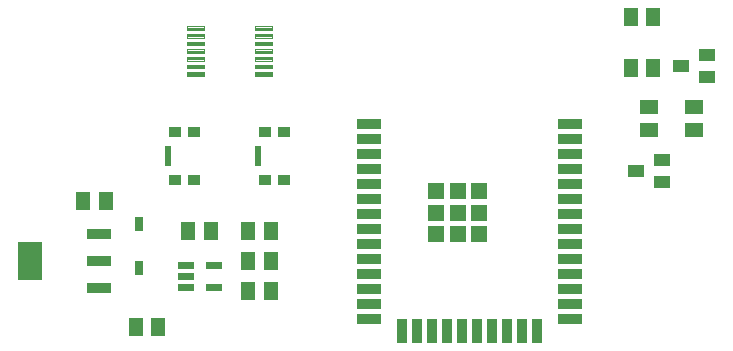
<source format=gbr>
G04 EAGLE Gerber RS-274X export*
G75*
%MOMM*%
%FSLAX34Y34*%
%LPD*%
%INSolderpaste Top*%
%IPPOS*%
%AMOC8*
5,1,8,0,0,1.08239X$1,22.5*%
G01*
%ADD10R,1.300000X1.500000*%
%ADD11R,0.700000X1.200000*%
%ADD12R,1.500000X1.300000*%
%ADD13R,1.000000X0.900000*%
%ADD14R,0.550000X1.700000*%
%ADD15R,1.400000X1.000000*%
%ADD16R,2.000000X0.900000*%
%ADD17R,0.900000X2.000000*%
%ADD18R,1.330000X1.330000*%
%ADD19R,2.150000X0.950000*%
%ADD20R,2.150000X3.250000*%
%ADD21C,0.090000*%
%ADD22C,0.102500*%
D10*
X123850Y706120D03*
X142850Y706120D03*
X98400Y812800D03*
X79400Y812800D03*
X168300Y787400D03*
X187300Y787400D03*
X219100Y762000D03*
X238100Y762000D03*
X219100Y736600D03*
X238100Y736600D03*
X219100Y787400D03*
X238100Y787400D03*
X542950Y925830D03*
X561950Y925830D03*
D11*
X127000Y756200D03*
X127000Y793200D03*
D12*
X596900Y873150D03*
X596900Y892150D03*
X558800Y892150D03*
X558800Y873150D03*
D10*
X561950Y969010D03*
X542950Y969010D03*
D13*
X157100Y830400D03*
X173100Y830400D03*
X173100Y871400D03*
X157100Y871400D03*
D14*
X150850Y850900D03*
D13*
X233300Y830400D03*
X249300Y830400D03*
X249300Y871400D03*
X233300Y871400D03*
D14*
X227050Y850900D03*
D15*
X547800Y838200D03*
X569800Y847700D03*
X569800Y828700D03*
X585900Y927100D03*
X607900Y936600D03*
X607900Y917600D03*
D16*
X321400Y878100D03*
X321400Y865400D03*
X321400Y852700D03*
X321400Y840000D03*
X321400Y827300D03*
X321400Y814600D03*
X321400Y801900D03*
X321400Y789200D03*
X321400Y776500D03*
X321400Y763800D03*
X321400Y751100D03*
X321400Y738400D03*
X321400Y725700D03*
X321400Y713000D03*
D17*
X349250Y703000D03*
X361950Y703000D03*
X374650Y703000D03*
X387350Y703000D03*
X400050Y703000D03*
X412750Y703000D03*
X425450Y703000D03*
X438150Y703000D03*
X450850Y703000D03*
X463550Y703000D03*
D16*
X491400Y713000D03*
X491400Y725700D03*
X491400Y738400D03*
X491400Y751100D03*
X491400Y763800D03*
X491400Y776500D03*
X491400Y789200D03*
X491400Y801900D03*
X491400Y814600D03*
X491400Y827300D03*
X491400Y840000D03*
X491400Y852700D03*
X491400Y865400D03*
X491400Y878100D03*
D18*
X378050Y821450D03*
X396400Y821450D03*
X414750Y821450D03*
X378050Y803100D03*
X396400Y803100D03*
X414750Y803100D03*
X378050Y784750D03*
X396400Y784750D03*
X414750Y784750D03*
D19*
X92500Y739000D03*
X92500Y762000D03*
X92500Y785000D03*
D20*
X34500Y762000D03*
D21*
X159650Y761350D02*
X159650Y756250D01*
X159650Y761350D02*
X172250Y761350D01*
X172250Y756250D01*
X159650Y756250D01*
X159650Y757105D02*
X172250Y757105D01*
X172250Y757960D02*
X159650Y757960D01*
X159650Y758815D02*
X172250Y758815D01*
X172250Y759670D02*
X159650Y759670D01*
X159650Y760525D02*
X172250Y760525D01*
X159650Y751850D02*
X159650Y746750D01*
X159650Y751850D02*
X172250Y751850D01*
X172250Y746750D01*
X159650Y746750D01*
X159650Y747605D02*
X172250Y747605D01*
X172250Y748460D02*
X159650Y748460D01*
X159650Y749315D02*
X172250Y749315D01*
X172250Y750170D02*
X159650Y750170D01*
X159650Y751025D02*
X172250Y751025D01*
X159650Y742350D02*
X159650Y737250D01*
X159650Y742350D02*
X172250Y742350D01*
X172250Y737250D01*
X159650Y737250D01*
X159650Y738105D02*
X172250Y738105D01*
X172250Y738960D02*
X159650Y738960D01*
X159650Y739815D02*
X172250Y739815D01*
X172250Y740670D02*
X159650Y740670D01*
X159650Y741525D02*
X172250Y741525D01*
X183350Y742350D02*
X183350Y737250D01*
X183350Y742350D02*
X195950Y742350D01*
X195950Y737250D01*
X183350Y737250D01*
X183350Y738105D02*
X195950Y738105D01*
X195950Y738960D02*
X183350Y738960D01*
X183350Y739815D02*
X195950Y739815D01*
X195950Y740670D02*
X183350Y740670D01*
X183350Y741525D02*
X195950Y741525D01*
X183350Y756250D02*
X183350Y761350D01*
X195950Y761350D01*
X195950Y756250D01*
X183350Y756250D01*
X183350Y757105D02*
X195950Y757105D01*
X195950Y757960D02*
X183350Y757960D01*
X183350Y758815D02*
X195950Y758815D01*
X195950Y759670D02*
X183350Y759670D01*
X183350Y760525D02*
X195950Y760525D01*
D22*
X224562Y921838D02*
X239238Y921838D01*
X239238Y918762D01*
X224562Y918762D01*
X224562Y921838D01*
X224562Y919736D02*
X239238Y919736D01*
X239238Y920710D02*
X224562Y920710D01*
X224562Y921684D02*
X239238Y921684D01*
X239238Y928338D02*
X224562Y928338D01*
X239238Y928338D02*
X239238Y925262D01*
X224562Y925262D01*
X224562Y928338D01*
X224562Y926236D02*
X239238Y926236D01*
X239238Y927210D02*
X224562Y927210D01*
X224562Y928184D02*
X239238Y928184D01*
X239238Y934838D02*
X224562Y934838D01*
X239238Y934838D02*
X239238Y931762D01*
X224562Y931762D01*
X224562Y934838D01*
X224562Y932736D02*
X239238Y932736D01*
X239238Y933710D02*
X224562Y933710D01*
X224562Y934684D02*
X239238Y934684D01*
X239238Y941338D02*
X224562Y941338D01*
X239238Y941338D02*
X239238Y938262D01*
X224562Y938262D01*
X224562Y941338D01*
X224562Y939236D02*
X239238Y939236D01*
X239238Y940210D02*
X224562Y940210D01*
X224562Y941184D02*
X239238Y941184D01*
X239238Y947838D02*
X224562Y947838D01*
X239238Y947838D02*
X239238Y944762D01*
X224562Y944762D01*
X224562Y947838D01*
X224562Y945736D02*
X239238Y945736D01*
X239238Y946710D02*
X224562Y946710D01*
X224562Y947684D02*
X239238Y947684D01*
X239238Y954338D02*
X224562Y954338D01*
X239238Y954338D02*
X239238Y951262D01*
X224562Y951262D01*
X224562Y954338D01*
X224562Y952236D02*
X239238Y952236D01*
X239238Y953210D02*
X224562Y953210D01*
X224562Y954184D02*
X239238Y954184D01*
X239238Y960838D02*
X224562Y960838D01*
X239238Y960838D02*
X239238Y957762D01*
X224562Y957762D01*
X224562Y960838D01*
X224562Y958736D02*
X239238Y958736D01*
X239238Y959710D02*
X224562Y959710D01*
X224562Y960684D02*
X239238Y960684D01*
X181838Y960838D02*
X167162Y960838D01*
X181838Y960838D02*
X181838Y957762D01*
X167162Y957762D01*
X167162Y960838D01*
X167162Y958736D02*
X181838Y958736D01*
X181838Y959710D02*
X167162Y959710D01*
X167162Y960684D02*
X181838Y960684D01*
X181838Y954338D02*
X167162Y954338D01*
X181838Y954338D02*
X181838Y951262D01*
X167162Y951262D01*
X167162Y954338D01*
X167162Y952236D02*
X181838Y952236D01*
X181838Y953210D02*
X167162Y953210D01*
X167162Y954184D02*
X181838Y954184D01*
X181838Y947838D02*
X167162Y947838D01*
X181838Y947838D02*
X181838Y944762D01*
X167162Y944762D01*
X167162Y947838D01*
X167162Y945736D02*
X181838Y945736D01*
X181838Y946710D02*
X167162Y946710D01*
X167162Y947684D02*
X181838Y947684D01*
X181838Y941338D02*
X167162Y941338D01*
X181838Y941338D02*
X181838Y938262D01*
X167162Y938262D01*
X167162Y941338D01*
X167162Y939236D02*
X181838Y939236D01*
X181838Y940210D02*
X167162Y940210D01*
X167162Y941184D02*
X181838Y941184D01*
X181838Y934838D02*
X167162Y934838D01*
X181838Y934838D02*
X181838Y931762D01*
X167162Y931762D01*
X167162Y934838D01*
X167162Y932736D02*
X181838Y932736D01*
X181838Y933710D02*
X167162Y933710D01*
X167162Y934684D02*
X181838Y934684D01*
X181838Y928338D02*
X167162Y928338D01*
X181838Y928338D02*
X181838Y925262D01*
X167162Y925262D01*
X167162Y928338D01*
X167162Y926236D02*
X181838Y926236D01*
X181838Y927210D02*
X167162Y927210D01*
X167162Y928184D02*
X181838Y928184D01*
X181838Y921838D02*
X167162Y921838D01*
X181838Y921838D02*
X181838Y918762D01*
X167162Y918762D01*
X167162Y921838D01*
X167162Y919736D02*
X181838Y919736D01*
X181838Y920710D02*
X167162Y920710D01*
X167162Y921684D02*
X181838Y921684D01*
M02*

</source>
